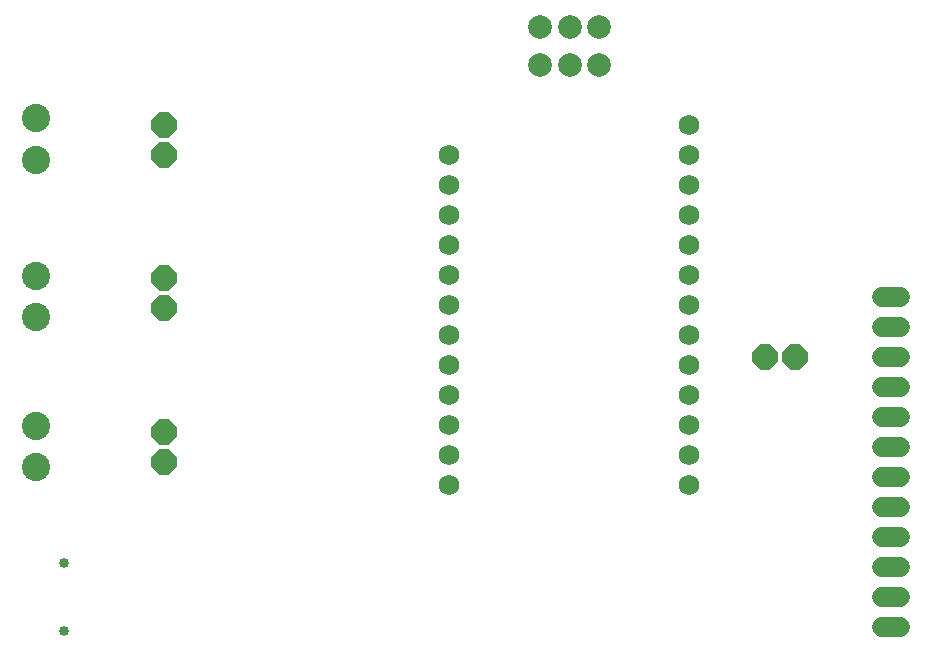
<source format=gbr>
G04 EAGLE Gerber RS-274X export*
G75*
%MOMM*%
%FSLAX34Y34*%
%LPD*%
%INSoldermask Bottom*%
%IPPOS*%
%AMOC8*
5,1,8,0,0,1.08239X$1,22.5*%
G01*
%ADD10C,2.387600*%
%ADD11P,2.309387X8X22.500000*%
%ADD12P,2.309387X8X202.500000*%
%ADD13C,2.003200*%
%ADD14C,1.727200*%
%ADD15C,1.727200*%
%ADD16C,0.853200*%
%ADD17P,2.309387X8X292.500000*%


D10*
X38100Y341850D03*
X38100Y306850D03*
D11*
X146050Y444500D03*
X146050Y469900D03*
D12*
X146050Y340360D03*
X146050Y314960D03*
D11*
X146050Y184150D03*
X146050Y209550D03*
D13*
X489820Y520450D03*
X489820Y552450D03*
X514820Y552450D03*
X464820Y552450D03*
X464820Y520450D03*
X514820Y520450D03*
D14*
X754380Y323850D02*
X769620Y323850D01*
X769620Y298450D02*
X754380Y298450D01*
X754380Y273050D02*
X769620Y273050D01*
X769620Y247650D02*
X754380Y247650D01*
X754380Y222250D02*
X769620Y222250D01*
X769620Y196850D02*
X754380Y196850D01*
X754380Y171450D02*
X769620Y171450D01*
X769620Y146050D02*
X754380Y146050D01*
X754380Y120650D02*
X769620Y120650D01*
X769620Y95250D02*
X754380Y95250D01*
X754380Y69850D02*
X769620Y69850D01*
X769620Y44450D02*
X754380Y44450D01*
D15*
X387350Y444500D03*
X387350Y419100D03*
X387350Y393300D03*
X387350Y368300D03*
X387350Y342900D03*
X387350Y317500D03*
X387350Y292100D03*
X387350Y266700D03*
X387350Y241300D03*
X387350Y215900D03*
X387350Y190500D03*
X387350Y165100D03*
X590550Y165100D03*
X590550Y190500D03*
X590550Y215900D03*
X590550Y241300D03*
X590550Y266700D03*
X590550Y292100D03*
X590550Y317500D03*
X590550Y342900D03*
X590550Y368300D03*
X590550Y393700D03*
X590550Y419100D03*
X590550Y444500D03*
X590550Y469900D03*
D16*
X61750Y98750D03*
X61750Y40950D03*
D10*
X38100Y475200D03*
X38100Y440200D03*
X38100Y214850D03*
X38100Y179850D03*
D17*
X655320Y273050D03*
X680720Y273050D03*
M02*

</source>
